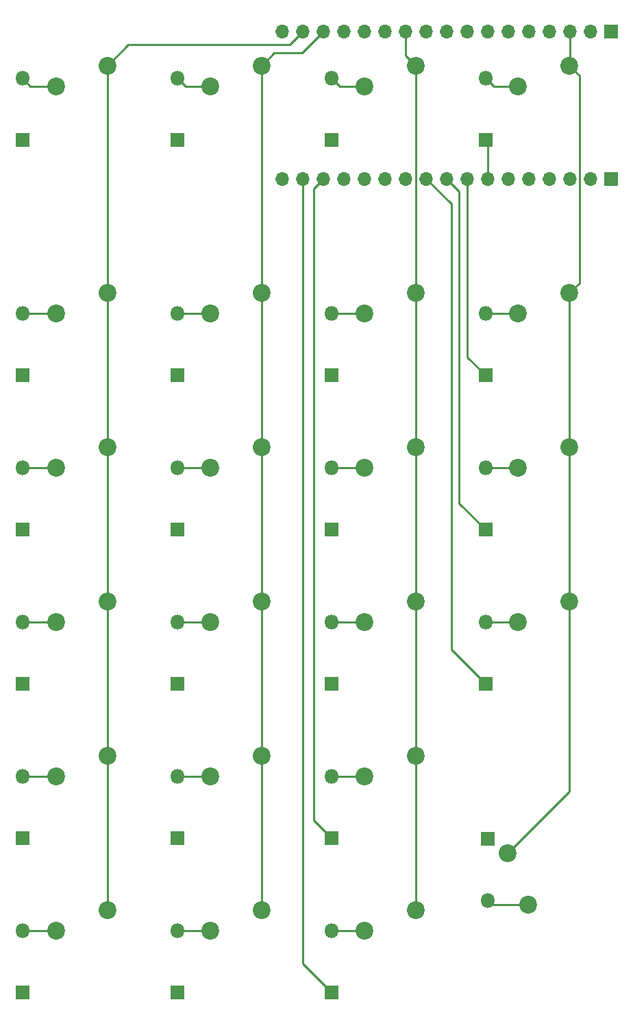
<source format=gbr>
%TF.GenerationSoftware,KiCad,Pcbnew,7.0.2*%
%TF.CreationDate,2023-09-28T02:32:06+09:00*%
%TF.ProjectId,HT-Keys-TK_PCB,48542d4b-6579-4732-9d54-4b5f5043422e,rev?*%
%TF.SameCoordinates,Original*%
%TF.FileFunction,Copper,L2,Bot*%
%TF.FilePolarity,Positive*%
%FSLAX46Y46*%
G04 Gerber Fmt 4.6, Leading zero omitted, Abs format (unit mm)*
G04 Created by KiCad (PCBNEW 7.0.2) date 2023-09-28 02:32:06*
%MOMM*%
%LPD*%
G01*
G04 APERTURE LIST*
%TA.AperFunction,ComponentPad*%
%ADD10C,2.200000*%
%TD*%
%TA.AperFunction,ComponentPad*%
%ADD11R,1.800000X1.800000*%
%TD*%
%TA.AperFunction,ComponentPad*%
%ADD12O,1.800000X1.800000*%
%TD*%
%TA.AperFunction,ComponentPad*%
%ADD13R,1.700000X1.700000*%
%TD*%
%TA.AperFunction,ComponentPad*%
%ADD14O,1.700000X1.700000*%
%TD*%
%TA.AperFunction,Conductor*%
%ADD15C,0.250000*%
%TD*%
G04 APERTURE END LIST*
D10*
%TO.P,SW13,1,1*%
%TO.N,Read0*%
X82510000Y-130740000D03*
%TO.P,SW13,2,2*%
%TO.N,Net-(D13-A)*%
X76160000Y-133280000D03*
%TD*%
%TO.P,SW8,1,1*%
%TO.N,Read3*%
X139630000Y-92660000D03*
%TO.P,SW8,2,2*%
%TO.N,Net-(D8-A)*%
X133280000Y-95200000D03*
%TD*%
%TO.P,SW17,1,1*%
%TO.N,Read0*%
X82510000Y-149780000D03*
%TO.P,SW17,2,2*%
%TO.N,Net-(D17-A)*%
X76160000Y-152320000D03*
%TD*%
%TO.P,SW2,1,1*%
%TO.N,Read1*%
X101550000Y-64580000D03*
%TO.P,SW2,2,2*%
%TO.N,Net-(D2-A)*%
X95200000Y-67120000D03*
%TD*%
%TO.P,SW22,1,1*%
%TO.N,Read1*%
X101550000Y-168820000D03*
%TO.P,SW22,2,2*%
%TO.N,Net-(D22-A)*%
X95200000Y-171360000D03*
%TD*%
%TO.P,SW4,1,1*%
%TO.N,Read3*%
X139630000Y-64580000D03*
%TO.P,SW4,2,2*%
%TO.N,Net-(D4-A)*%
X133280000Y-67120000D03*
%TD*%
%TO.P,SW3,1,1*%
%TO.N,Read2*%
X120590000Y-64580000D03*
%TO.P,SW3,2,2*%
%TO.N,Net-(D3-A)*%
X114240000Y-67120000D03*
%TD*%
%TO.P,SW10,1,1*%
%TO.N,Read1*%
X101550000Y-111700000D03*
%TO.P,SW10,2,2*%
%TO.N,Net-(D10-A)*%
X95200000Y-114240000D03*
%TD*%
%TO.P,SW16,1,1*%
%TO.N,Read3*%
X139630000Y-130740000D03*
%TO.P,SW16,2,2*%
%TO.N,Net-(D16-A)*%
X133280000Y-133280000D03*
%TD*%
%TO.P,SW6,1,1*%
%TO.N,Read1*%
X101550000Y-92660000D03*
%TO.P,SW6,2,2*%
%TO.N,Net-(D6-A)*%
X95200000Y-95200000D03*
%TD*%
%TO.P,SW19,1,1*%
%TO.N,Read2*%
X120590000Y-149780000D03*
%TO.P,SW19,2,2*%
%TO.N,Net-(D19-A)*%
X114240000Y-152320000D03*
%TD*%
%TO.P,SW15,1,1*%
%TO.N,Read2*%
X120590000Y-130740000D03*
%TO.P,SW15,2,2*%
%TO.N,Net-(D15-A)*%
X114240000Y-133280000D03*
%TD*%
%TO.P,SW7,1,1*%
%TO.N,Read2*%
X120590000Y-92660000D03*
%TO.P,SW7,2,2*%
%TO.N,Net-(D7-A)*%
X114240000Y-95200000D03*
%TD*%
%TO.P,SW18,1,1*%
%TO.N,Read1*%
X101550000Y-149780000D03*
%TO.P,SW18,2,2*%
%TO.N,Net-(D18-A)*%
X95200000Y-152320000D03*
%TD*%
%TO.P,SW14,1,1*%
%TO.N,Read1*%
X101550000Y-130740000D03*
%TO.P,SW14,2,2*%
%TO.N,Net-(D14-A)*%
X95200000Y-133280000D03*
%TD*%
%TO.P,SW20,1,1*%
%TO.N,Read3*%
X132010000Y-161840000D03*
%TO.P,SW20,2,2*%
%TO.N,Net-(D20-A)*%
X134550000Y-168190000D03*
%TD*%
%TO.P,SW11,1,1*%
%TO.N,Read2*%
X120590000Y-111700000D03*
%TO.P,SW11,2,2*%
%TO.N,Net-(D11-A)*%
X114240000Y-114240000D03*
%TD*%
%TO.P,SW1,1,1*%
%TO.N,Read0*%
X82510000Y-64580000D03*
%TO.P,SW1,2,2*%
%TO.N,Net-(D1-A)*%
X76160000Y-67120000D03*
%TD*%
%TO.P,SW12,1,1*%
%TO.N,Read3*%
X139630000Y-111700000D03*
%TO.P,SW12,2,2*%
%TO.N,Net-(D12-A)*%
X133280000Y-114240000D03*
%TD*%
%TO.P,SW23,1,1*%
%TO.N,Read2*%
X120590000Y-168820000D03*
%TO.P,SW23,2,2*%
%TO.N,Net-(D23-A)*%
X114240000Y-171360000D03*
%TD*%
%TO.P,SW5,1,1*%
%TO.N,Read0*%
X82510000Y-92660000D03*
%TO.P,SW5,2,2*%
%TO.N,Net-(D5-A)*%
X76160000Y-95200000D03*
%TD*%
%TO.P,SW9,1,1*%
%TO.N,Read0*%
X82510000Y-111700000D03*
%TO.P,SW9,2,2*%
%TO.N,Net-(D9-A)*%
X76160000Y-114240000D03*
%TD*%
%TO.P,SW21,1,1*%
%TO.N,Read0*%
X82510000Y-168820000D03*
%TO.P,SW21,2,2*%
%TO.N,Net-(D21-A)*%
X76160000Y-171360000D03*
%TD*%
D11*
%TO.P,D17,1,K*%
%TO.N,Scan4*%
X72000000Y-159940000D03*
D12*
%TO.P,D17,2,A*%
%TO.N,Net-(D17-A)*%
X72000000Y-152320000D03*
%TD*%
D13*
%TO.P,J2,1,Pin_1*%
%TO.N,+3.3V*%
X144780000Y-60340000D03*
D14*
%TO.P,J2,2,Pin_2*%
%TO.N,GND*%
X142240000Y-60340000D03*
%TO.P,J2,3,Pin_3*%
%TO.N,Read3*%
X139700000Y-60340000D03*
%TO.P,J2,4,Pin_4*%
%TO.N,unconnected-(J2-Pin_4-Pad4)*%
X137160000Y-60340000D03*
%TO.P,J2,5,Pin_5*%
%TO.N,unconnected-(J2-Pin_5-Pad5)*%
X134620000Y-60340000D03*
%TO.P,J2,6,Pin_6*%
%TO.N,unconnected-(J2-Pin_6-Pad6)*%
X132080000Y-60340000D03*
%TO.P,J2,7,Pin_7*%
%TO.N,unconnected-(J2-Pin_7-Pad7)*%
X129540000Y-60340000D03*
%TO.P,J2,8,Pin_8*%
%TO.N,unconnected-(J2-Pin_8-Pad8)*%
X127000000Y-60340000D03*
%TO.P,J2,9,Pin_9*%
%TO.N,unconnected-(J2-Pin_9-Pad9)*%
X124460000Y-60340000D03*
%TO.P,J2,10,Pin_10*%
%TO.N,unconnected-(J2-Pin_10-Pad10)*%
X121920000Y-60340000D03*
%TO.P,J2,11,Pin_11*%
%TO.N,Read2*%
X119380000Y-60340000D03*
%TO.P,J2,12,Pin_12*%
%TO.N,unconnected-(J2-Pin_12-Pad12)*%
X116840000Y-60340000D03*
%TO.P,J2,13,Pin_13*%
%TO.N,unconnected-(J2-Pin_13-Pad13)*%
X114300000Y-60340000D03*
%TO.P,J2,14,Pin_14*%
%TO.N,unconnected-(J2-Pin_14-Pad14)*%
X111760000Y-60340000D03*
%TO.P,J2,15,Pin_15*%
%TO.N,Read1*%
X109220000Y-60340000D03*
%TO.P,J2,16,Pin_16*%
%TO.N,Read0*%
X106680000Y-60340000D03*
%TO.P,J2,17,Pin_17*%
%TO.N,GND*%
X104140000Y-60340000D03*
%TD*%
D11*
%TO.P,D21,1,K*%
%TO.N,Scan5*%
X72000000Y-178980000D03*
D12*
%TO.P,D21,2,A*%
%TO.N,Net-(D21-A)*%
X72000000Y-171360000D03*
%TD*%
D11*
%TO.P,D18,1,K*%
%TO.N,Scan4*%
X91160000Y-159940000D03*
D12*
%TO.P,D18,2,A*%
%TO.N,Net-(D18-A)*%
X91160000Y-152320000D03*
%TD*%
D11*
%TO.P,D1,1,K*%
%TO.N,Scan0*%
X72000000Y-73740000D03*
D12*
%TO.P,D1,2,A*%
%TO.N,Net-(D1-A)*%
X72000000Y-66120000D03*
%TD*%
D11*
%TO.P,D15,1,K*%
%TO.N,Scan3*%
X110200000Y-140900000D03*
D12*
%TO.P,D15,2,A*%
%TO.N,Net-(D15-A)*%
X110200000Y-133280000D03*
%TD*%
D11*
%TO.P,D2,1,K*%
%TO.N,Scan0*%
X91160000Y-73740000D03*
D12*
%TO.P,D2,2,A*%
%TO.N,Net-(D2-A)*%
X91160000Y-66120000D03*
%TD*%
D11*
%TO.P,D13,1,K*%
%TO.N,Scan3*%
X72000000Y-140900000D03*
D12*
%TO.P,D13,2,A*%
%TO.N,Net-(D13-A)*%
X72000000Y-133280000D03*
%TD*%
D11*
%TO.P,D8,1,K*%
%TO.N,Scan1*%
X129240000Y-102820000D03*
D12*
%TO.P,D8,2,A*%
%TO.N,Net-(D8-A)*%
X129240000Y-95200000D03*
%TD*%
D11*
%TO.P,D5,1,K*%
%TO.N,Scan1*%
X72000000Y-102820000D03*
D12*
%TO.P,D5,2,A*%
%TO.N,Net-(D5-A)*%
X72000000Y-95200000D03*
%TD*%
D11*
%TO.P,D7,1,K*%
%TO.N,Scan1*%
X110200000Y-102820000D03*
D12*
%TO.P,D7,2,A*%
%TO.N,Net-(D7-A)*%
X110200000Y-95200000D03*
%TD*%
D11*
%TO.P,D12,1,K*%
%TO.N,Scan2*%
X129240000Y-121860000D03*
D12*
%TO.P,D12,2,A*%
%TO.N,Net-(D12-A)*%
X129240000Y-114240000D03*
%TD*%
D11*
%TO.P,D11,1,K*%
%TO.N,Scan2*%
X110200000Y-121860000D03*
D12*
%TO.P,D11,2,A*%
%TO.N,Net-(D11-A)*%
X110200000Y-114240000D03*
%TD*%
D11*
%TO.P,D22,1,K*%
%TO.N,Scan5*%
X91160000Y-178980000D03*
D12*
%TO.P,D22,2,A*%
%TO.N,Net-(D22-A)*%
X91160000Y-171360000D03*
%TD*%
D11*
%TO.P,D16,1,K*%
%TO.N,Scan3*%
X129240000Y-140900000D03*
D12*
%TO.P,D16,2,A*%
%TO.N,Net-(D16-A)*%
X129240000Y-133280000D03*
%TD*%
D11*
%TO.P,D9,1,K*%
%TO.N,Scan2*%
X72000000Y-121860000D03*
D12*
%TO.P,D9,2,A*%
%TO.N,Net-(D9-A)*%
X72000000Y-114240000D03*
%TD*%
D11*
%TO.P,D6,1,K*%
%TO.N,Scan1*%
X91160000Y-102820000D03*
D12*
%TO.P,D6,2,A*%
%TO.N,Net-(D6-A)*%
X91160000Y-95200000D03*
%TD*%
D11*
%TO.P,D23,1,K*%
%TO.N,Scan5*%
X110200000Y-178980000D03*
D12*
%TO.P,D23,2,A*%
%TO.N,Net-(D23-A)*%
X110200000Y-171360000D03*
%TD*%
D13*
%TO.P,J1,1,Pin_1*%
%TO.N,unconnected-(J1-Pin_1-Pad1)*%
X144780000Y-78580000D03*
D14*
%TO.P,J1,2,Pin_2*%
%TO.N,unconnected-(J1-Pin_2-Pad2)*%
X142240000Y-78580000D03*
%TO.P,J1,3,Pin_3*%
%TO.N,unconnected-(J1-Pin_3-Pad3)*%
X139700000Y-78580000D03*
%TO.P,J1,4,Pin_4*%
%TO.N,unconnected-(J1-Pin_4-Pad4)*%
X137160000Y-78580000D03*
%TO.P,J1,5,Pin_5*%
%TO.N,unconnected-(J1-Pin_5-Pad5)*%
X134620000Y-78580000D03*
%TO.P,J1,6,Pin_6*%
%TO.N,unconnected-(J1-Pin_6-Pad6)*%
X132080000Y-78580000D03*
%TO.P,J1,7,Pin_7*%
%TO.N,Scan0*%
X129540000Y-78580000D03*
%TO.P,J1,8,Pin_8*%
%TO.N,Scan1*%
X127000000Y-78580000D03*
%TO.P,J1,9,Pin_9*%
%TO.N,Scan2*%
X124460000Y-78580000D03*
%TO.P,J1,10,Pin_10*%
%TO.N,Scan3*%
X121920000Y-78580000D03*
%TO.P,J1,11,Pin_11*%
%TO.N,unconnected-(J1-Pin_11-Pad11)*%
X119380000Y-78580000D03*
%TO.P,J1,12,Pin_12*%
%TO.N,unconnected-(J1-Pin_12-Pad12)*%
X116840000Y-78580000D03*
%TO.P,J1,13,Pin_13*%
%TO.N,unconnected-(J1-Pin_13-Pad13)*%
X114300000Y-78580000D03*
%TO.P,J1,14,Pin_14*%
%TO.N,unconnected-(J1-Pin_14-Pad14)*%
X111760000Y-78580000D03*
%TO.P,J1,15,Pin_15*%
%TO.N,Scan4*%
X109220000Y-78580000D03*
%TO.P,J1,16,Pin_16*%
%TO.N,Scan5*%
X106680000Y-78580000D03*
%TO.P,J1,17,Pin_17*%
%TO.N,unconnected-(J1-Pin_17-Pad17)*%
X104140000Y-78580000D03*
%TD*%
D11*
%TO.P,D10,1,K*%
%TO.N,Scan2*%
X91160000Y-121860000D03*
D12*
%TO.P,D10,2,A*%
%TO.N,Net-(D10-A)*%
X91160000Y-114240000D03*
%TD*%
D11*
%TO.P,D14,1,K*%
%TO.N,Scan3*%
X91160000Y-140900000D03*
D12*
%TO.P,D14,2,A*%
%TO.N,Net-(D14-A)*%
X91160000Y-133280000D03*
%TD*%
D11*
%TO.P,D19,1,K*%
%TO.N,Scan4*%
X110200000Y-159940000D03*
D12*
%TO.P,D19,2,A*%
%TO.N,Net-(D19-A)*%
X110200000Y-152320000D03*
%TD*%
D11*
%TO.P,D20,1,K*%
%TO.N,Scan4*%
X129480000Y-160000000D03*
D12*
%TO.P,D20,2,A*%
%TO.N,Net-(D20-A)*%
X129480000Y-167620000D03*
%TD*%
D11*
%TO.P,D3,1,K*%
%TO.N,Scan0*%
X110200000Y-73740000D03*
D12*
%TO.P,D3,2,A*%
%TO.N,Net-(D3-A)*%
X110200000Y-66120000D03*
%TD*%
D11*
%TO.P,D4,1,K*%
%TO.N,Scan0*%
X129240000Y-73740000D03*
D12*
%TO.P,D4,2,A*%
%TO.N,Net-(D4-A)*%
X129240000Y-66120000D03*
%TD*%
D15*
%TO.N,Scan0*%
X129540000Y-74040000D02*
X129240000Y-73740000D01*
X129540000Y-78580000D02*
X129540000Y-74040000D01*
%TO.N,Net-(D1-A)*%
X76160000Y-67120000D02*
X73000000Y-67120000D01*
X73000000Y-67120000D02*
X72000000Y-66120000D01*
%TO.N,Net-(D2-A)*%
X92160000Y-67120000D02*
X91160000Y-66120000D01*
X95200000Y-67120000D02*
X92160000Y-67120000D01*
%TO.N,Net-(D3-A)*%
X114240000Y-67120000D02*
X111200000Y-67120000D01*
X111200000Y-67120000D02*
X110200000Y-66120000D01*
%TO.N,Net-(D4-A)*%
X130240000Y-67120000D02*
X129240000Y-66120000D01*
X133280000Y-67120000D02*
X130240000Y-67120000D01*
%TO.N,Scan1*%
X127000000Y-78580000D02*
X127000000Y-100580000D01*
X127000000Y-100580000D02*
X129240000Y-102820000D01*
%TO.N,Net-(D5-A)*%
X76160000Y-95200000D02*
X72000000Y-95200000D01*
%TO.N,Net-(D6-A)*%
X95200000Y-95200000D02*
X91160000Y-95200000D01*
%TO.N,Net-(D7-A)*%
X114240000Y-95200000D02*
X110200000Y-95200000D01*
%TO.N,Net-(D8-A)*%
X133280000Y-95200000D02*
X129240000Y-95200000D01*
%TO.N,Scan2*%
X124460000Y-78580000D02*
X126000000Y-80120000D01*
X126000000Y-80120000D02*
X126000000Y-118620000D01*
X126000000Y-118620000D02*
X129240000Y-121860000D01*
%TO.N,Net-(D9-A)*%
X76160000Y-114240000D02*
X72000000Y-114240000D01*
%TO.N,Scan3*%
X125000000Y-136660000D02*
X129240000Y-140900000D01*
X121920000Y-78580000D02*
X125000000Y-81660000D01*
X125000000Y-81660000D02*
X125000000Y-136660000D01*
%TO.N,Net-(D10-A)*%
X95200000Y-114240000D02*
X91160000Y-114240000D01*
%TO.N,Net-(D11-A)*%
X114240000Y-114240000D02*
X110200000Y-114240000D01*
%TO.N,Net-(D12-A)*%
X133280000Y-114240000D02*
X129240000Y-114240000D01*
%TO.N,Net-(D13-A)*%
X76160000Y-133280000D02*
X72000000Y-133280000D01*
%TO.N,Net-(D14-A)*%
X95200000Y-133280000D02*
X91160000Y-133280000D01*
%TO.N,Net-(D15-A)*%
X114240000Y-133280000D02*
X110200000Y-133280000D01*
%TO.N,Net-(D16-A)*%
X133280000Y-133280000D02*
X129240000Y-133280000D01*
%TO.N,Scan4*%
X108000000Y-79800000D02*
X108000000Y-157740000D01*
X108000000Y-157740000D02*
X110200000Y-159940000D01*
X109220000Y-78580000D02*
X108000000Y-79800000D01*
%TO.N,Net-(D17-A)*%
X76160000Y-152320000D02*
X72000000Y-152320000D01*
%TO.N,Scan5*%
X106680000Y-78580000D02*
X106680000Y-175460000D01*
X106680000Y-175460000D02*
X110200000Y-178980000D01*
%TO.N,Net-(D18-A)*%
X95200000Y-152320000D02*
X91160000Y-152320000D01*
%TO.N,Net-(D19-A)*%
X114240000Y-152320000D02*
X110200000Y-152320000D01*
%TO.N,Net-(D20-A)*%
X130050000Y-168190000D02*
X129480000Y-167620000D01*
X134550000Y-168190000D02*
X130050000Y-168190000D01*
%TO.N,Net-(D21-A)*%
X76160000Y-171360000D02*
X72000000Y-171360000D01*
%TO.N,Net-(D22-A)*%
X95200000Y-171360000D02*
X91160000Y-171360000D01*
%TO.N,Net-(D23-A)*%
X114240000Y-171360000D02*
X110200000Y-171360000D01*
%TO.N,Read0*%
X82510000Y-149780000D02*
X82510000Y-130740000D01*
X82510000Y-111700000D02*
X82510000Y-92660000D01*
X82510000Y-111700000D02*
X82510000Y-130740000D01*
X105020000Y-62000000D02*
X85090000Y-62000000D01*
X82510000Y-149780000D02*
X82510000Y-168820000D01*
X106680000Y-60340000D02*
X105020000Y-62000000D01*
X85000000Y-62090000D02*
X82510000Y-64580000D01*
X85090000Y-62000000D02*
X85000000Y-62090000D01*
X82510000Y-64580000D02*
X82510000Y-92660000D01*
%TO.N,Read1*%
X101550000Y-149780000D02*
X101550000Y-130740000D01*
X109220000Y-60340000D02*
X106560000Y-63000000D01*
X101550000Y-111700000D02*
X101550000Y-130740000D01*
X101550000Y-64580000D02*
X101550000Y-92660000D01*
X103130000Y-63000000D02*
X101550000Y-64580000D01*
X106560000Y-63000000D02*
X103130000Y-63000000D01*
X101550000Y-149780000D02*
X101550000Y-168820000D01*
X101550000Y-111700000D02*
X101550000Y-92660000D01*
%TO.N,Read2*%
X120590000Y-64580000D02*
X120590000Y-92660000D01*
X120590000Y-149780000D02*
X120590000Y-130740000D01*
X120590000Y-149780000D02*
X120590000Y-168820000D01*
X119380000Y-63370000D02*
X120590000Y-64580000D01*
X120590000Y-111700000D02*
X120590000Y-130740000D01*
X119380000Y-60340000D02*
X119380000Y-63370000D01*
X120590000Y-111700000D02*
X120590000Y-92660000D01*
%TO.N,Read3*%
X140875000Y-65825000D02*
X140875000Y-91415000D01*
X140875000Y-91415000D02*
X139630000Y-92660000D01*
X139700000Y-64510000D02*
X139630000Y-64580000D01*
X132010000Y-161840000D02*
X139630000Y-154220000D01*
X139630000Y-111700000D02*
X139630000Y-130740000D01*
X139630000Y-154220000D02*
X139630000Y-130740000D01*
X139630000Y-111700000D02*
X139630000Y-92660000D01*
X139700000Y-60340000D02*
X139700000Y-64510000D01*
X139630000Y-64580000D02*
X140875000Y-65825000D01*
%TD*%
M02*

</source>
